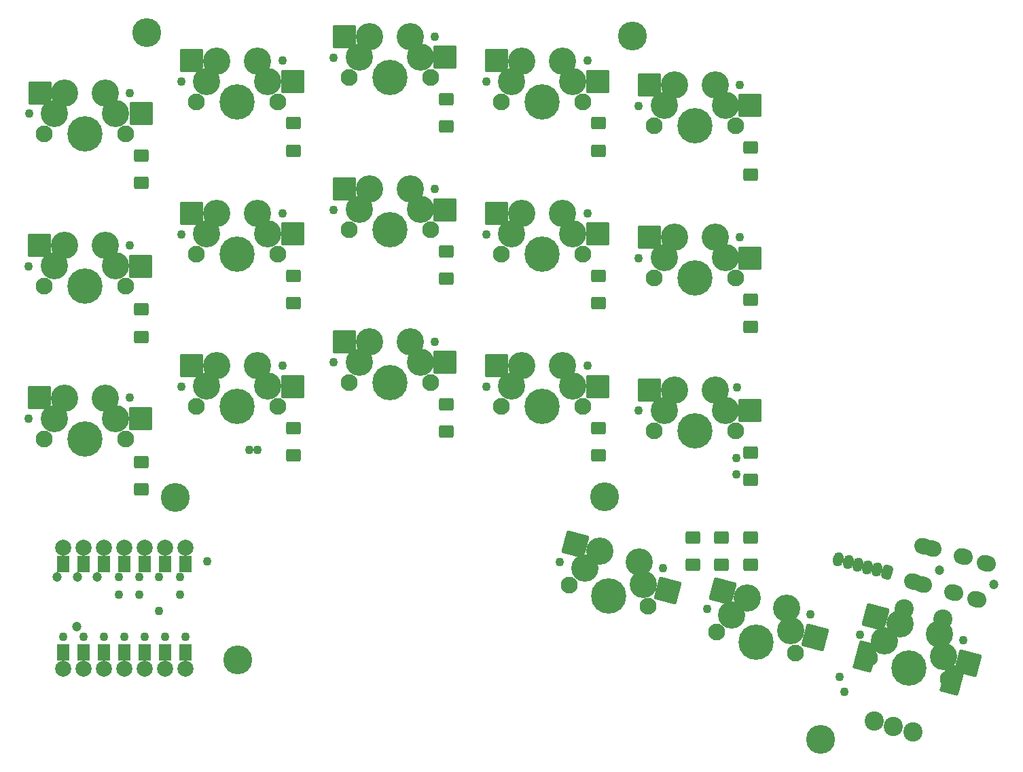
<source format=gts>
G04 #@! TF.GenerationSoftware,KiCad,Pcbnew,7.0.5*
G04 #@! TF.CreationDate,2023-09-06T16:02:53+08:00*
G04 #@! TF.ProjectId,thrfv,74687266-762e-46b6-9963-61645f706362,rev?*
G04 #@! TF.SameCoordinates,Original*
G04 #@! TF.FileFunction,Soldermask,Top*
G04 #@! TF.FilePolarity,Negative*
%FSLAX46Y46*%
G04 Gerber Fmt 4.6, Leading zero omitted, Abs format (unit mm)*
G04 Created by KiCad (PCBNEW 7.0.5) date 2023-09-06 16:02:53*
%MOMM*%
%LPD*%
G01*
G04 APERTURE LIST*
G04 Aperture macros list*
%AMRoundRect*
0 Rectangle with rounded corners*
0 $1 Rounding radius*
0 $2 $3 $4 $5 $6 $7 $8 $9 X,Y pos of 4 corners*
0 Add a 4 corners polygon primitive as box body*
4,1,4,$2,$3,$4,$5,$6,$7,$8,$9,$2,$3,0*
0 Add four circle primitives for the rounded corners*
1,1,$1+$1,$2,$3*
1,1,$1+$1,$4,$5*
1,1,$1+$1,$6,$7*
1,1,$1+$1,$8,$9*
0 Add four rect primitives between the rounded corners*
20,1,$1+$1,$2,$3,$4,$5,0*
20,1,$1+$1,$4,$5,$6,$7,0*
20,1,$1+$1,$6,$7,$8,$9,0*
20,1,$1+$1,$8,$9,$2,$3,0*%
%AMHorizOval*
0 Thick line with rounded ends*
0 $1 width*
0 $2 $3 position (X,Y) of the first rounded end (center of the circle)*
0 $4 $5 position (X,Y) of the second rounded end (center of the circle)*
0 Add line between two ends*
20,1,$1,$2,$3,$4,$5,0*
0 Add two circle primitives to create the rounded ends*
1,1,$1,$2,$3*
1,1,$1,$4,$5*%
%AMFreePoly0*
4,1,37,1.246537,1.440756,1.265589,1.436966,1.337677,1.407108,1.353828,1.396317,1.409017,1.341128,1.419808,1.324977,1.449666,1.252889,1.453456,1.233837,1.457300,1.194816,1.457300,-0.746760,1.437494,-0.833537,1.398721,-0.888181,0.900881,-1.386021,0.825516,-1.433377,0.759460,-1.444600,-1.207516,-1.444600,-1.246537,-1.440756,-1.265589,-1.436966,-1.337677,-1.407108,-1.353828,-1.396317,
-1.409017,-1.341128,-1.419808,-1.324977,-1.449666,-1.252889,-1.453456,-1.233837,-1.457300,-1.194816,-1.457300,1.194816,-1.453456,1.233837,-1.449666,1.252889,-1.419808,1.324977,-1.409017,1.341128,-1.353828,1.396317,-1.337677,1.407108,-1.265589,1.436966,-1.246537,1.440756,-1.207516,1.444600,1.207516,1.444600,1.246537,1.440756,1.246537,1.440756,$1*%
%AMFreePoly1*
4,1,37,1.228070,1.434758,1.247030,1.430987,1.319133,1.401121,1.335206,1.390381,1.390381,1.335206,1.401121,1.319133,1.430987,1.247030,1.434758,1.228070,1.438600,1.189056,1.438600,-1.189056,1.434758,-1.228070,1.430987,-1.247030,1.401121,-1.319133,1.390381,-1.335206,1.335206,-1.390381,1.319133,-1.401121,1.247030,-1.430987,1.228070,-1.434758,1.189056,-1.438600,-1.189056,-1.438600,
-1.228070,-1.434758,-1.247030,-1.430987,-1.319133,-1.401121,-1.335206,-1.390381,-1.390381,-1.335206,-1.401121,-1.319133,-1.430987,-1.247030,-1.434758,-1.228070,-1.438600,-1.189056,-1.438600,0.743160,-1.418794,0.829937,-1.380021,0.884581,-0.884581,1.380021,-0.809216,1.427377,-0.743160,1.438600,1.189056,1.438600,1.228070,1.434758,1.228070,1.434758,$1*%
%AMFreePoly2*
4,1,22,0.106406,0.569345,0.141421,0.541421,0.741421,-0.058579,0.788777,-0.133944,0.800000,-0.200000,0.800000,-0.400000,0.780194,-0.486777,0.724698,-0.556366,0.644504,-0.594986,0.600000,-0.600000,-0.600000,-0.600000,-0.686777,-0.580194,-0.756366,-0.524698,-0.794986,-0.444504,-0.800000,-0.400000,-0.800000,-0.200000,-0.780194,-0.113223,-0.741421,-0.058579,-0.141421,0.541421,-0.066056,0.588777,
0.022393,0.598742,0.106406,0.569345,0.106406,0.569345,$1*%
%AMFreePoly3*
4,1,26,0.686777,0.430194,0.756366,0.374698,0.794986,0.294504,0.800000,0.250000,0.800000,-1.000000,0.780194,-1.086777,0.724698,-1.156366,0.644504,-1.194986,0.555496,-1.194986,0.475302,-1.156366,0.458579,-1.141421,0.000000,-0.682842,-0.458579,-1.141421,-0.533944,-1.188777,-0.622393,-1.198742,-0.706406,-1.169345,-0.769345,-1.106406,-0.798742,-1.022393,-0.800000,-1.000000,-0.800000,0.250000,
-0.780194,0.336777,-0.724698,0.406366,-0.644504,0.444986,-0.600000,0.450000,0.600000,0.450000,0.686777,0.430194,0.686777,0.430194,$1*%
G04 Aperture macros list end*
%ADD10C,0.100000*%
%ADD11C,2.100000*%
%ADD12C,3.400000*%
%ADD13C,4.400000*%
%ADD14FreePoly0,0.000000*%
%ADD15RoundRect,0.200000X-1.244597X-1.244597X1.244597X-1.244597X1.244597X1.244597X-1.244597X1.244597X0*%
%ADD16C,2.400000*%
%ADD17RoundRect,0.200000X0.551815X-1.804300X1.380036X1.286662X-0.551815X1.804300X-1.380036X-1.286662X0*%
%ADD18C,3.600000*%
%ADD19RoundRect,0.200000X-0.700000X0.600000X-0.700000X-0.600000X0.700000X-0.600000X0.700000X0.600000X0*%
%ADD20RoundRect,0.200000X0.700000X-0.600000X0.700000X0.600000X-0.700000X0.600000X-0.700000X-0.600000X0*%
%ADD21FreePoly0,345.000000*%
%ADD22RoundRect,0.200000X-1.524314X-0.880063X0.880063X-1.524314X1.524314X0.880063X-0.880063X1.524314X0*%
%ADD23C,1.200000*%
%ADD24HorizOval,2.000000X-0.193185X0.051764X0.193185X-0.051764X0*%
%ADD25RoundRect,0.200000X1.244600X1.244600X-1.244600X1.244600X-1.244600X-1.244600X1.244600X-1.244600X0*%
%ADD26FreePoly1,180.000000*%
%ADD27C,2.000000*%
%ADD28FreePoly2,180.000000*%
%ADD29FreePoly2,0.000000*%
%ADD30FreePoly3,180.000000*%
%ADD31FreePoly3,0.000000*%
%ADD32RoundRect,0.425000X0.340272X0.400580X-0.094394X0.517049X-0.340272X-0.400580X0.094394X-0.517049X0*%
%ADD33HorizOval,1.300000X0.064705X0.241481X-0.064705X-0.241481X0*%
%ADD34C,1.100000*%
G04 APERTURE END LIST*
D10*
X112377952Y-128357794D02*
X111361952Y-128357794D01*
X111361952Y-127341794D01*
X112377952Y-127341794D01*
X112377952Y-128357794D01*
G36*
X112377952Y-128357794D02*
G01*
X111361952Y-128357794D01*
X111361952Y-127341794D01*
X112377952Y-127341794D01*
X112377952Y-128357794D01*
G37*
X109837952Y-128357794D02*
X108821952Y-128357794D01*
X108821952Y-127341794D01*
X109837952Y-127341794D01*
X109837952Y-128357794D01*
G36*
X109837952Y-128357794D02*
G01*
X108821952Y-128357794D01*
X108821952Y-127341794D01*
X109837952Y-127341794D01*
X109837952Y-128357794D01*
G37*
X107297952Y-128357794D02*
X106281952Y-128357794D01*
X106281952Y-127341794D01*
X107297952Y-127341794D01*
X107297952Y-128357794D01*
G36*
X107297952Y-128357794D02*
G01*
X106281952Y-128357794D01*
X106281952Y-127341794D01*
X107297952Y-127341794D01*
X107297952Y-128357794D01*
G37*
X104757952Y-128357794D02*
X103741952Y-128357794D01*
X103741952Y-127341794D01*
X104757952Y-127341794D01*
X104757952Y-128357794D01*
G36*
X104757952Y-128357794D02*
G01*
X103741952Y-128357794D01*
X103741952Y-127341794D01*
X104757952Y-127341794D01*
X104757952Y-128357794D01*
G37*
X102217952Y-128357794D02*
X101201952Y-128357794D01*
X101201952Y-127341794D01*
X102217952Y-127341794D01*
X102217952Y-128357794D01*
G36*
X102217952Y-128357794D02*
G01*
X101201952Y-128357794D01*
X101201952Y-127341794D01*
X102217952Y-127341794D01*
X102217952Y-128357794D01*
G37*
X99677952Y-128357794D02*
X98661952Y-128357794D01*
X98661952Y-127341794D01*
X99677952Y-127341794D01*
X99677952Y-128357794D01*
G36*
X99677952Y-128357794D02*
G01*
X98661952Y-128357794D01*
X98661952Y-127341794D01*
X99677952Y-127341794D01*
X99677952Y-128357794D01*
G37*
X97137952Y-128357794D02*
X96121952Y-128357794D01*
X96121952Y-127341794D01*
X97137952Y-127341794D01*
X97137952Y-128357794D01*
G36*
X97137952Y-128357794D02*
G01*
X96121952Y-128357794D01*
X96121952Y-127341794D01*
X97137952Y-127341794D01*
X97137952Y-128357794D01*
G37*
X112377952Y-139736994D02*
X111361952Y-139736994D01*
X111361952Y-138720994D01*
X112377952Y-138720994D01*
X112377952Y-139736994D01*
G36*
X112377952Y-139736994D02*
G01*
X111361952Y-139736994D01*
X111361952Y-138720994D01*
X112377952Y-138720994D01*
X112377952Y-139736994D01*
G37*
X109837952Y-139736994D02*
X108821952Y-139736994D01*
X108821952Y-138720994D01*
X109837952Y-138720994D01*
X109837952Y-139736994D01*
G36*
X109837952Y-139736994D02*
G01*
X108821952Y-139736994D01*
X108821952Y-138720994D01*
X109837952Y-138720994D01*
X109837952Y-139736994D01*
G37*
X107297952Y-139736994D02*
X106281952Y-139736994D01*
X106281952Y-138720994D01*
X107297952Y-138720994D01*
X107297952Y-139736994D01*
G36*
X107297952Y-139736994D02*
G01*
X106281952Y-139736994D01*
X106281952Y-138720994D01*
X107297952Y-138720994D01*
X107297952Y-139736994D01*
G37*
X104757952Y-139736994D02*
X103741952Y-139736994D01*
X103741952Y-138720994D01*
X104757952Y-138720994D01*
X104757952Y-139736994D01*
G36*
X104757952Y-139736994D02*
G01*
X103741952Y-139736994D01*
X103741952Y-138720994D01*
X104757952Y-138720994D01*
X104757952Y-139736994D01*
G37*
X102217952Y-139736994D02*
X101201952Y-139736994D01*
X101201952Y-138720994D01*
X102217952Y-138720994D01*
X102217952Y-139736994D01*
G36*
X102217952Y-139736994D02*
G01*
X101201952Y-139736994D01*
X101201952Y-138720994D01*
X102217952Y-138720994D01*
X102217952Y-139736994D01*
G37*
X99677952Y-139736994D02*
X98661952Y-139736994D01*
X98661952Y-138720994D01*
X99677952Y-138720994D01*
X99677952Y-139736994D01*
G36*
X99677952Y-139736994D02*
G01*
X98661952Y-139736994D01*
X98661952Y-138720994D01*
X99677952Y-138720994D01*
X99677952Y-139736994D01*
G37*
X97137952Y-139736994D02*
X96121952Y-139736994D01*
X96121952Y-138720994D01*
X97137952Y-138720994D01*
X97137952Y-139736994D01*
G36*
X97137952Y-139736994D02*
G01*
X96121952Y-139736994D01*
X96121952Y-138720994D01*
X97137952Y-138720994D01*
X97137952Y-139736994D01*
G37*
D11*
X113301280Y-108408188D03*
D12*
X114571280Y-105868187D03*
X115841280Y-103328188D03*
D13*
X118381280Y-108408188D03*
D12*
X120921280Y-103328188D03*
X122191280Y-105868188D03*
D11*
X123461280Y-108408188D03*
D14*
X112704380Y-103302788D03*
D15*
X125290676Y-105893591D03*
D11*
X113301280Y-89408588D03*
D12*
X114571280Y-86868587D03*
X115841280Y-84328588D03*
D13*
X118381280Y-89408588D03*
D12*
X120921280Y-84328588D03*
X122191280Y-86868588D03*
D11*
X123461280Y-89408588D03*
D14*
X112704380Y-84303188D03*
D15*
X125290676Y-86893991D03*
D16*
X197726209Y-147597096D03*
X202555838Y-148891191D03*
X200141023Y-148244144D03*
D17*
X207491351Y-142449087D03*
X196672981Y-139550313D03*
D16*
X206308714Y-134885267D03*
X201479085Y-133591172D03*
D18*
X167582107Y-62220344D03*
D19*
X163380880Y-92108388D03*
X163380880Y-95508388D03*
D20*
X182380578Y-117508788D03*
X182380578Y-114108788D03*
X144380680Y-73498228D03*
X144380680Y-70098228D03*
X182380578Y-98508788D03*
X182380578Y-95108788D03*
D11*
X159772412Y-130674132D03*
D12*
X161656538Y-128549380D03*
X163540664Y-126424629D03*
D13*
X164679315Y-131988933D03*
D12*
X168447567Y-127739430D03*
X169016893Y-130521582D03*
D11*
X169586218Y-133303734D03*
D21*
X160517225Y-125588205D03*
D22*
X172004105Y-131348302D03*
D11*
X94301080Y-93407988D03*
D12*
X95571080Y-90867987D03*
X96841080Y-88327988D03*
D13*
X99381080Y-93407988D03*
D12*
X101921080Y-88327988D03*
X103191080Y-90867988D03*
D11*
X104461080Y-93407988D03*
D14*
X93704180Y-88302588D03*
D15*
X106290476Y-90893391D03*
D18*
X164191152Y-119658794D03*
D20*
X182352152Y-128119794D03*
X182352152Y-124719794D03*
D18*
X110647952Y-119763194D03*
D11*
X178134387Y-136469066D03*
D12*
X180018513Y-134344314D03*
X181902639Y-132219563D03*
D13*
X183041290Y-137783867D03*
D12*
X186809542Y-133534364D03*
X187378868Y-136316516D03*
D11*
X187948193Y-139098668D03*
D21*
X178879200Y-131383139D03*
D22*
X190366080Y-137143236D03*
D11*
X132300680Y-105398388D03*
D12*
X133570680Y-102858387D03*
X134840680Y-100318388D03*
D13*
X137380680Y-105398388D03*
D12*
X139920680Y-100318388D03*
X141190680Y-102858388D03*
D11*
X142460680Y-105398388D03*
D14*
X131703780Y-100292988D03*
D15*
X144290076Y-102883791D03*
D18*
X191115152Y-149836794D03*
D19*
X125381280Y-92108588D03*
X125381280Y-95508588D03*
D11*
X151300880Y-70408428D03*
D12*
X152570880Y-67868427D03*
X153840880Y-65328428D03*
D13*
X156380880Y-70408428D03*
D12*
X158920880Y-65328428D03*
X160190880Y-67868428D03*
D11*
X161460880Y-70408428D03*
D14*
X150703980Y-65303028D03*
D15*
X163290276Y-67893831D03*
D11*
X113301280Y-70408988D03*
D12*
X114571280Y-67868987D03*
X115841280Y-65328988D03*
D13*
X118381280Y-70408988D03*
D12*
X120921280Y-65328988D03*
X122191280Y-67868988D03*
D11*
X123461280Y-70408988D03*
D14*
X112704380Y-65303588D03*
D15*
X125290676Y-67894391D03*
D20*
X175152152Y-128119794D03*
X175152152Y-124719794D03*
D19*
X163380880Y-73108428D03*
X163380880Y-76508428D03*
D11*
X170300578Y-73408988D03*
D12*
X171570578Y-70868987D03*
X172840578Y-68328988D03*
D13*
X175380578Y-73408988D03*
D12*
X177920578Y-68328988D03*
X179190578Y-70868988D03*
D11*
X180460578Y-73408988D03*
D14*
X169703678Y-68303588D03*
D15*
X182289974Y-70894391D03*
D20*
X144380680Y-111498388D03*
X144380680Y-108098388D03*
D19*
X125381280Y-111108188D03*
X125381280Y-114508188D03*
D20*
X144380680Y-92498188D03*
X144380680Y-89098188D03*
X106381080Y-99707988D03*
X106381080Y-96307988D03*
D11*
X151300880Y-108408788D03*
D12*
X152570880Y-105868787D03*
X153840880Y-103328788D03*
D13*
X156380880Y-108408788D03*
D12*
X158920880Y-103328788D03*
X160190880Y-105868788D03*
D11*
X161460880Y-108408788D03*
D14*
X150703980Y-103303388D03*
D15*
X163290276Y-105894191D03*
D23*
X212683671Y-130575884D03*
X205922190Y-128764150D03*
D24*
X204960438Y-126094256D03*
X203781425Y-130571669D03*
X208824142Y-127129532D03*
X207645128Y-131606945D03*
X211721919Y-127905989D03*
X210542906Y-132383402D03*
X203909474Y-125843709D03*
X202707352Y-130252814D03*
D20*
X106381080Y-80507588D03*
X106381080Y-77107588D03*
X178752152Y-128119794D03*
X178752152Y-124719794D03*
D11*
X197175263Y-139684899D03*
D12*
X199059389Y-137560147D03*
X200943515Y-135435396D03*
D13*
X202082166Y-140999700D03*
D12*
X205850418Y-136750197D03*
X206419744Y-139532349D03*
D11*
X206989069Y-142314501D03*
D21*
X197920076Y-134598972D03*
D22*
X209406956Y-140359069D03*
D11*
X170300578Y-111408788D03*
D12*
X171570578Y-108868787D03*
X172840578Y-106328788D03*
D13*
X175380578Y-111408788D03*
D12*
X177920578Y-106328788D03*
X179190578Y-108868788D03*
D11*
X180460578Y-111408788D03*
D14*
X169703678Y-106303388D03*
D15*
X182289974Y-108894191D03*
D11*
X151300880Y-89408388D03*
D12*
X152570880Y-86868387D03*
X153840880Y-84328388D03*
D13*
X156380880Y-89408388D03*
D12*
X158920880Y-84328388D03*
X160190880Y-86868388D03*
D11*
X161460880Y-89408388D03*
D14*
X150703980Y-84302988D03*
D15*
X163290276Y-86893791D03*
D19*
X163380880Y-111108788D03*
X163380880Y-114508788D03*
D20*
X182380578Y-79508988D03*
X182380578Y-76108988D03*
X106381080Y-118708388D03*
X106381080Y-115308388D03*
D18*
X118420352Y-139930794D03*
D11*
X170300578Y-92408788D03*
D12*
X171570578Y-89868787D03*
X172840578Y-87328788D03*
D13*
X175380578Y-92408788D03*
D12*
X177920578Y-87328788D03*
X179190578Y-89868788D03*
D11*
X180460578Y-92408788D03*
D14*
X169703678Y-87303388D03*
D15*
X182289974Y-89894191D03*
D11*
X132300680Y-67398228D03*
D12*
X133570680Y-64858227D03*
X134840680Y-62318228D03*
D13*
X137380680Y-67398228D03*
D12*
X139920680Y-62318228D03*
X141190680Y-64858228D03*
D11*
X142460680Y-67398228D03*
D14*
X131703780Y-62292828D03*
D15*
X144290076Y-64883631D03*
D18*
X107091952Y-61851194D03*
D11*
X132300680Y-86398188D03*
D12*
X133570680Y-83858187D03*
X134840680Y-81318188D03*
D13*
X137380680Y-86398188D03*
D12*
X139920680Y-81318188D03*
X141190680Y-83858188D03*
D11*
X142460680Y-86398188D03*
D14*
X131703780Y-81292788D03*
D15*
X144290076Y-83883591D03*
D19*
X125381280Y-73108988D03*
X125381280Y-76508988D03*
D11*
X94301080Y-112408388D03*
D12*
X95571080Y-109868387D03*
X96841080Y-107328388D03*
D13*
X99381080Y-112408388D03*
D12*
X101921080Y-107328388D03*
X103191080Y-109868388D03*
D11*
X104461080Y-112408388D03*
D14*
X93704180Y-107302988D03*
D15*
X106290476Y-109893791D03*
D11*
X104461080Y-74407588D03*
D12*
X103191080Y-71867587D03*
X101921080Y-69327588D03*
D13*
X99381080Y-74407588D03*
D12*
X96841080Y-69327588D03*
X95571080Y-71867588D03*
D11*
X94301080Y-74407588D03*
D25*
X106378780Y-71918388D03*
D26*
X93770480Y-69308188D03*
D27*
X111869952Y-125980594D03*
X109329952Y-125980594D03*
X106789952Y-125980594D03*
X104249952Y-125980594D03*
X101709952Y-125980594D03*
X99169952Y-125980594D03*
X96629952Y-125980594D03*
D28*
X111869952Y-127595794D03*
X109329952Y-127595794D03*
X106789952Y-127595794D03*
X104249952Y-127595794D03*
X101709952Y-127595794D03*
X99169952Y-127595794D03*
X96629952Y-127595794D03*
D29*
X111869952Y-139482994D03*
X109329952Y-139482994D03*
X106789952Y-139482994D03*
X104249952Y-139482994D03*
X101709952Y-139482994D03*
X99169952Y-139482994D03*
X96629952Y-139482994D03*
D27*
X111869952Y-141083194D03*
X109329952Y-141083194D03*
X106789952Y-141083194D03*
X104249952Y-141083194D03*
X101709952Y-141083194D03*
X99169952Y-141083194D03*
X96629952Y-141083194D03*
D30*
X96629952Y-128611794D03*
X99169952Y-128611794D03*
X101709952Y-128611794D03*
X104249952Y-128611794D03*
X106789952Y-128611794D03*
X109329952Y-128611794D03*
X111869952Y-128611794D03*
D31*
X111869952Y-138466994D03*
X109329952Y-138466994D03*
X106789952Y-138466994D03*
X104249952Y-138466994D03*
X101709952Y-138466994D03*
X99169952Y-138466994D03*
X96629952Y-138466994D03*
D32*
X199336588Y-129051613D03*
D33*
X198129181Y-128728089D03*
X196921773Y-128404565D03*
X195714366Y-128081042D03*
X194506959Y-127757518D03*
X193299552Y-127433994D03*
D34*
X96629952Y-137085994D03*
X99169952Y-137085994D03*
X101709952Y-137085994D03*
X92471684Y-71892991D03*
X130382980Y-64909028D03*
X168382878Y-70919788D03*
D23*
X98357152Y-135815994D03*
X98445452Y-129669194D03*
D34*
X104991680Y-107308988D03*
X111383580Y-105918988D03*
X104991680Y-69308188D03*
X111383580Y-67919788D03*
X104991680Y-88308588D03*
X111383580Y-86919388D03*
X104249952Y-137085994D03*
X142991280Y-81298788D03*
X119893552Y-113833688D03*
X149383180Y-86919188D03*
X149383180Y-67919228D03*
X106789952Y-137085994D03*
X142991280Y-100298988D03*
X149383180Y-105919588D03*
X142991280Y-62298828D03*
X180657552Y-105975762D03*
X180574152Y-116834288D03*
X158564308Y-127773412D03*
X109329952Y-137085994D03*
X180991178Y-68309588D03*
X176926283Y-133568346D03*
X180991178Y-87309388D03*
X120847016Y-113834113D03*
X195967159Y-136784179D03*
X180574152Y-114783288D03*
X111869952Y-137085994D03*
X114630620Y-127708262D03*
X123991880Y-65309588D03*
X161991480Y-65309028D03*
X171418560Y-128515421D03*
X106115452Y-131802794D03*
X106115452Y-129669194D03*
X208821411Y-137526188D03*
X111195452Y-131802794D03*
X111195452Y-129669194D03*
D23*
X95867952Y-129669194D03*
X100897152Y-129669194D03*
D34*
X123991880Y-103308788D03*
X130382980Y-102909188D03*
X168382878Y-108919588D03*
X92383380Y-109919188D03*
X161991480Y-103309388D03*
X92383380Y-90918788D03*
X123991880Y-84309188D03*
X130382980Y-83908988D03*
X161991480Y-84308988D03*
X168382878Y-89919588D03*
X189780535Y-134310355D03*
X194061552Y-143932439D03*
X108618752Y-133834794D03*
X108618752Y-129669194D03*
X103575452Y-131802794D03*
X103575452Y-129669194D03*
X193405216Y-142115194D03*
M02*

</source>
